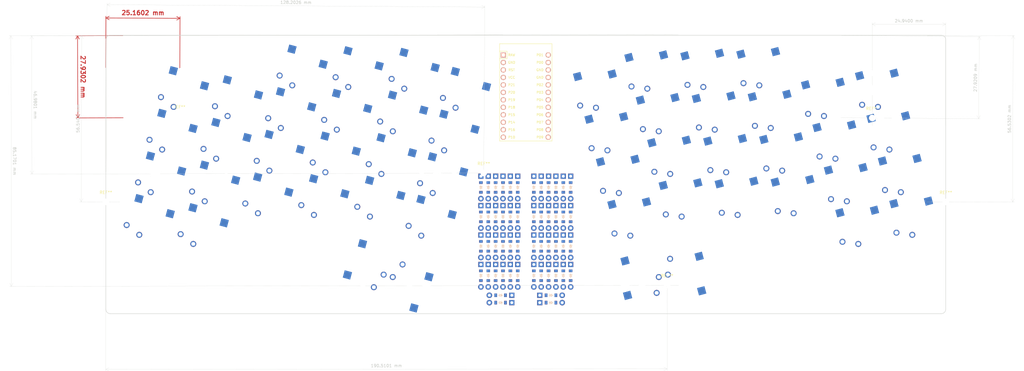
<source format=kicad_pcb>
(kicad_pcb (version 20211232) (generator pcbnew)
  (title_block (title "tin52cd") (rev "v1.0.0") (company "Unknown"))
  (layers (0 "F.Cu" signal) (31 "B.Cu" signal) (34 "B.Paste" user) (35 "F.Paste" user) (36 "B.SilkS" user "B.Silkscreen") (37 "F.SilkS" user "F.Silkscreen") (38 "B.Mask" user) (39 "F.Mask" user) (44 "Edge.Cuts" user))
  (net 0 "")
  (net 1 "P1")
  (net 2 "outer_bottom")
  (net 3 "outer_home")
  (net 4 "outer_top")
  (net 5 "outer_num")
  (net 6 "P0")
  (net 7 "pinky_bottom")
  (net 8 "pinky_home")
  (net 9 "pinky_top")
  (net 10 "pinky_num")
  (net 11 "P2")
  (net 12 "ring_bottom")
  (net 13 "ring_home")
  (net 14 "ring_top")
  (net 15 "ring_num")
  (net 16 "P3")
  (net 17 "middle_bottom")
  (net 18 "middle_home")
  (net 19 "middle_top")
  (net 20 "middle_num")
  (net 21 "P4")
  (net 22 "index_bottom")
  (net 23 "index_home")
  (net 24 "index_top")
  (net 25 "index_num")
  (net 26 "P5")
  (net 27 "inner_bottom")
  (net 28 "inner_home")
  (net 29 "inner_top")
  (net 30 "inner_num")
  (net 31 "outer_thumb")
  (net 32 "inner_thumb")
  (net 33 "P6")
  (net 34 "P7")
  (net 35 "P8")
  (net 36 "P9")
  (net 37 "index_thumb")
  (net 38 "P10")
  (net 39 "P21")
  (net 40 "mirror_outer_bottom")
  (net 41 "mirror_outer_home")
  (net 42 "mirror_outer_top")
  (net 43 "mirror_outer_num")
  (net 44 "P20")
  (net 45 "mirror_pinky_bottom")
  (net 46 "mirror_pinky_home")
  (net 47 "mirror_pinky_top")
  (net 48 "mirror_pinky_num")
  (net 49 "P19")
  (net 50 "mirror_ring_bottom")
  (net 51 "mirror_ring_home")
  (net 52 "mirror_ring_top")
  (net 53 "mirror_ring_num")
  (net 54 "P18")
  (net 55 "mirror_middle_bottom")
  (net 56 "mirror_middle_home")
  (net 57 "mirror_middle_top")
  (net 58 "mirror_middle_num")
  (net 59 "P15")
  (net 60 "mirror_index_bottom")
  (net 61 "mirror_index_home")
  (net 62 "mirror_index_top")
  (net 63 "mirror_index_num")
  (net 64 "P14")
  (net 65 "mirror_inner_bottom")
  (net 66 "mirror_inner_home")
  (net 67 "mirror_inner_top")
  (net 68 "mirror_inner_num")
  (net 69 "mirror_outer_thumb")
  (net 70 "mirror_inner_thumb")
  (net 71 "mirror_index_thumb")
  (net 72 "RAW")
  (net 73 "GND")
  (net 74 "RST")
  (net 75 "VCC")
  (net 76 "P16")
  (footprint "PG1350" (layer "F.Cu") (at 172.333691 168.523737 -105)
    (fp_text reference "S52" hide)
    (fp_text value "" hide)
  )
  (footprint "PG1350" (layer "F.Cu") (at 323.090801 150.043809 -165)
    (fp_text reference "S61" hide)
    (fp_text value "" hide)
  )
  (footprint "PG1350" (layer "F.Cu") (at 241.841871 132.732718 -165)
    (fp_text reference "S95" hide)
    (fp_text value "" hide)
  )
  (footprint "ComboDiode" (layer "F.Cu") (at 217.00934 136.53934 -90)
    (fp_text reference "D46" hide)
    (fp_text value "" hide)
  )
  (footprint "PG1350" (layer "F.Cu") (at 263.140851 140.743083 15)
    (fp_text reference "S86" hide)
    (fp_text value "" hide)
  )
  (footprint "PG1350" (layer "F.Cu") (at 89.90989 117.968251 165)
    (fp_text reference "S5" hide)
    (fp_text value "" hide)
  )
  (footprint "ComboDiode" (layer "F.Cu") (at 204.04934 136.53934 -90)
    (fp_text reference "D16" hide)
    (fp_text value "" hide)
  )
  (footprint "PG1350" (layer "F.Cu") (at 234.077299 103.754943 -165)
    (fp_text reference "S99" hide)
    (fp_text value "" hide)
  )
  (footprint "ComboDiode" (layer "F.Cu") (at 227.00934 136.53934 -90)
    (fp_text reference "D30" hide)
    (fp_text value "" hide)
  )
  (footprint "PG1350" (layer "F.Cu") (at 251.22499 168.523737 105)
    (fp_text reference "S104" hide)
    (fp_text value "" hide)
  )
  (footprint "PG1350" (layer "F.Cu") (at 177.834524 147.221605 -15)
    (fp_text reference "S42" hide)
    (fp_text value "" hide)
  )
  (footprint "MountingHole:MountingHole_2.2mm_M2" (layer "F.Cu") (at 259.74 169.76)
    (fp_text reference "REF**")
    (fp_text value "MountingHole_2.2mm_M2")
  )
  (footprint "PG1350" (layer "F.Cu") (at 255.37628 111.765308 -165)
    (fp_text reference "S89" hide)
    (fp_text value "" hide)
  )
  (footprint "PG1350" (layer "F.Cu") (at 153.062726 96.714194 165)
    (fp_text reference "S31" hide)
    (fp_text value "" hide)
  )
  (footprint "PG1350" (layer "F.Cu") (at 329.766505 103.479364 -165)
    (fp_text reference "S59" hide)
    (fp_text value "" hide)
  )
  (footprint "PG1350" (layer "F.Cu") (at 157.844803 164.641452 75)
    (fp_text reference "S50" hide)
    (fp_text value "" hide)
  )
  (footprint "PG1350" (layer "F.Cu") (at 181.71681 132.732718 -15)
    (fp_text reference "S44" hide)
    (fp_text value "" hide)
  )
  (footprint "PG1350" (layer "F.Cu") (at 289.497916 96.151967 -165)
    (fp_text reference "S75" hide)
    (fp_text value "" hide)
  )
  (footprint "ComboDiode" (layer "F.Cu") (at 209.04934 146.53934 -90)
    (fp_text reference "D23" hide)
    (fp_text value "" hide)
  )
  (footprint "ComboDiode" (layer "F.Cu") (at 214.50934 156.53934 -90)
    (fp_text reference "D48" hide)
    (fp_text value "" hide)
  )
  (footprint "PG1350" (layer "F.Cu") (at 130.178479 110.640854 -15)
    (fp_text reference "S22" hide)
    (fp_text value "" hide)
  )
  (footprint "ComboDiode" (layer "F.Cu") (at 206.54934 146.53934 -90)
    (fp_text reference "D19" hide)
    (fp_text value "" hide)
  )
  (footprint "ComboDiode" (layer "F.Cu") (at 224.50934 166.53934 -90)
    (fp_text reference "D31" hide)
    (fp_text value "" hide)
  )
  (footprint "PG1350" (layer "F.Cu") (at 104.350166 135.554921 165)
    (fp_text reference "S11" hide)
    (fp_text value "" hide)
  )
  (footprint "PG1350" (layer "F.Cu") (at 301.144773 139.618629 -165)
    (fp_text reference "S69" hide)
    (fp_text value "" hide)
  )
  (footprint "PG1350" (layer "F.Cu") (at 112.114737 106.577146 165)
    (fp_text reference "S15" hide)
    (fp_text value "" hide)
  )
  (footprint "PG1350" (layer "F.Cu") (at 319.208515 135.554921 15)
    (fp_text reference "S64" hide)
    (fp_text value "" hide)
  )
  (footprint "PG1350" (layer "F.Cu") (at 270.495955 96.714194 15)
    (fp_text reference "S84" hide)
    (fp_text value "" hide)
  )
  (footprint "ComboDiode" (layer "F.Cu") (at 219.50934 166.53934 -90)
    (fp_text reference "D39" hide)
    (fp_text value "" hide)
  )
  (footprint "PG1350" (layer "F.Cu") (at 263.140851 140.743083 -165)
    (fp_text reference "S85" hide)
    (fp_text value "" hide)
  )
  (footprint "PG1350" (layer "F.Cu") (at 259.258565 126.254195 -165)
    (fp_text reference "S87" hide)
    (fp_text value "" hide)
  )
  (footprint "PG1350" (layer "F.Cu") (at 185.599096 118.24383 165)
    (fp_text reference "S45" hide)
    (fp_text value "" hide)
  )
  (footprint "PG1350" (layer "F.Cu") (at 234.077299 103.754943 15)
    (fp_text reference "S100" hide)
    (fp_text value "" hide)
  )
  (footprint "ComboDiode" (layer "F.Cu") (at 214.50934 146.53934 -90)
    (fp_text reference "D49" hide)
    (fp_text value "" hide)
  )
  (footprint "PG1350" (layer "F.Cu") (at 337.531076 132.457139 -165)
    (fp_text reference "S55" hide)
    (fp_text value "" hide)
  )
  (footprint "PG1350" (layer "F.Cu") (at 185.599096 118.24383 -15)
    (fp_text reference "S46" hide)
    (fp_text value "" hide)
  )
  (footprint "PG1350" (layer "F.Cu") (at 112.114737 106.577146 -15)
    (fp_text reference "S16" hide)
    (fp_text value "" hide)
  )
  (footprint "PG1350" (layer "F.Cu") (at 282.142812 140.180856 15)
    (fp_text reference "S78" hide)
    (fp_text value "" hide)
  )
  (footprint "PG1350" (layer "F.Cu") (at 145.298154 125.691968 165)
    (fp_text reference "S27" hide)
    (fp_text value "" hide)
  )
  (footprint "PG1350" (layer "F.Cu") (at 265.713878 164.641452 -75)
    (fp_text reference "S102" hide)
    (fp_text value "" hide)
  )
  (footprint "ComboDiode" (layer "F.Cu") (at 217.00934 166.53934 -90)
    (fp_text reference "D43" hide)
    (fp_text value "" hide)
  )
  (footprint "PG1350" (layer "F.Cu") (at 134.060765 96.151967 -15)
    (fp_text reference "S24" hide)
    (fp_text value "" hide)
  )
  (footprint "PG1350" (layer "F.Cu") (at 311.443944 106.577146 -165)
    (fp_text reference "S67" hide)
    (fp_text value "" hide)
  )
  (footprint "ComboDiode" (layer "F.Cu") (at 206.54934 136.53934 -90)
    (fp_text reference "D20" hide)
    (fp_text value "" hide)
  )
  (footprint "MountingHole:MountingHole_2.2mm_M2" (layer "F.Cu") (at 197.51 131.66)
    (fp_text reference "REF**")
    (fp_text value "MountingHole_2.2mm_M2")
  )
  (footprint "ComboDiode" (layer "F.Cu") (at 196.54934 136.53934 -90)
    (fp_text reference "D4" hide)
    (fp_text value "" hide)
  )
  (footprint "ComboDiode" (layer "F.Cu") (at 220.32934 175.68934)
    (fp_text reference "D51" hide)
    (fp_text value "" hide)
  )
  (footprint "ComboDiode" (layer "F.Cu") (at 224.50934 146.53934 -90)
    (fp_text reference "D33" hide)
    (fp_text value "" hide)
  )
  (footprint "PG1350" (layer "F.Cu") (at 341.413362 146.946026 15)
    (fp_text reference "S54" hide)
    (fp_text value "" hide)
  )
  (footprint "ComboDiode" (layer "F.Cu") (at 222.00934 166.53934 -90)
    (fp_text reference "D35" hide)
    (fp_text value "" hide)
  )
  (footprint "ComboDiode" (layer "F.Cu") (at 214.50934 166.53934 -90)
    (fp_text reference "D47" hide)
    (fp_text value "" hide)
  )
  (footprint "PG1350" (layer "F.Cu") (at 153.062726 96.714194 -15)
    (fp_text reference "S32" hide)
    (fp_text value "" hide)
  )
  (footprint "ComboDiode" (layer "F.Cu") (at 199.04934 136.53934 -90)
    (fp_text reference "D8" hide)
    (fp_text value "" hide)
  )
  (footprint "MountingHole:MountingHole_2.2mm_M2" (layer "F.Cu") (at 329.34 112.94)
    (fp_text reference "REF**")
    (fp_text value "MountingHole_2.2mm_M2")
  )
  (footprint "ComboDiode" (layer "F.Cu") (at 222.00934 136.53934 -90)
    (fp_text reference "D38" hide)
    (fp_text value "" hide)
  )
  (footprint "PG1350" (layer "F.Cu") (at 315.32623 121.066034 15)
    (fp_text reference "S66" hide)
    (fp_text value "" hide)
  )
  (footprint "ComboDiode" (layer "F.Cu") (at 224.50934 156.53934 -90)
    (fp_text reference "D32" hide)
    (fp_text value "" hide)
  )
  (footprint "PG1350" (layer "F.Cu") (at 149.18044 111.203081 -15)
    (fp_text reference "S30" hide)
    (fp_text value "" hide)
  )
  (footprint "PG1350" (layer "F.Cu") (at 93.792176 103.479364 165)
    (fp_text reference "S7" hide)
    (fp_text value "" hide)
  )
  (footprint "ComboDiode" (layer "F.Cu") (at 227.00934 146.53934 -90)
    (fp_text reference "D29" hide)
    (fp_text value "" hide)
  )
  (footprint "PG1350" (layer "F.Cu") (at 265.713878 164.641452 105)
    (fp_text reference "S101" hide)
    (fp_text value "" hide)
  )
  (footprint "PG1350" (layer "F.Cu") (at 282.142812 140.180856 -165)
    (fp_text reference "S77" hide)
    (fp_text value "" hide)
  )
  (footprint "PG1350" (layer "F.Cu") (at 82.145319 146.946026 -15)
    (fp_text reference "S2" hide)
    (fp_text value "" hide)
  )
  (footprint "PG1350" (layer "F.Cu") (at 301.144773 139.618629 15)
    (fp_text reference "S70" hide)
    (fp_text value "" hide)
  )
  (footprint "ComboDiode" (layer "F.Cu") (at 199.04934 156.53934 -90)
    (fp_text reference "D6" hide)
    (fp_text value "" hide)
  )
  (footprint "ComboDiode" (layer "F.Cu") (at 224.50934 136.53934 -90)
    (fp_text reference "D34" hide)
    (fp_text value "" hide)
  )
  (footprint "ComboDiode" (layer "F.Cu") (at 217.00934 156.53934 -90)
    (fp_text reference "D44" hide)
    (fp_text value "" hide)
  )
  (footprint "PG1350" (layer "F.Cu") (at 130.178479 110.640854 165)
    (fp_text reference "S21" hide)
    (fp_text value "" hide)
  )
  (footprint "PG1350" (layer "F.Cu") (at 255.37628 111.765308 15)
    (fp_text reference "S90" hide)
    (fp_text value "" hide)
  )
  (footprint "PG1350" (layer "F.Cu") (at 237.959585 118.24383 -165)
    (fp_text reference "S97" hide)
    (fp_text value "" hide)
  )
  (footprint "PG1350" (layer "F.Cu") (at 274.378241 111.203081 15)
    (fp_text reference "S82" hide)
    (fp_text value "" hide)
  )
  (footprint "ComboDiode" (layer "F.Cu") (at 196.54934 146.53934 -90)
    (fp_text reference "D3" hide)
    (fp_text value "" hide)
  )
  (footprint "PG1350" (layer "F.Cu") (at 172.333691 168.523737 75)
    (fp_text reference "S51" hide)
    (fp_text value "" hide)
  )
  (footprint "ComboDiode" (layer "F.Cu") (at 199.04934 166.53934 -90)
    (fp_text reference "D5" hide)
    (fp_text value "" hide)
  )
  (footprint "PG1350" (layer "F.Cu") (at 86.027605 132.457139 165)
    (fp_text reference "S3" hide)
    (fp_text value "" hide)
  )
  (footprint "PG1350" (layer "F.Cu") (at 329.766505 103.479364 15)
    (fp_text reference "S60" hide)
    (fp_text value "" hide)
  )
  (footprint "PG1350" (layer "F.Cu") (at 341.413362 146.946026 -165)
    (fp_text reference "S53" hide)
    (fp_text value "" hide)
  )
  (footprint "ProMicro" (layer "F.Cu") (at 211.77934 105.504943 -90)
    (fp_text reference "MCU1" hide)
    (fp_text value "" hide)
  )
  (footprint "PG1350" (layer "F.Cu") (at 293.380202 110.640854 15)
    (fp_text reference "S74" hide)
    (fp_text value "" hide)
  )
  (footprint "MountingHole:MountingHole_2.2mm_M2" (layer "F.Cu") (at 354.33 141.47)
    (fp_text reference "REF**")
    (fp_text value "MountingHole_2.2mm_M2")
  )
  (footprint "PG1350" (layer "F.Cu") (at 323.090801 150.043809 15)
    (fp_text reference "S62" hide)
    (fp_text value "" hide)
  )
  (footprint "MountingHole:MountingHole_2.2mm_M2" (layer "F.Cu") (at 69.28 141.44)
    (fp_text reference "REF**")
    (fp_text value "MountingHole_2.2mm_M2")
  )
  (footprint "PG1350" (layer "F.Cu") (at 93.792176 103.479364 -15)
    (fp_text reference "S8" hide)
    (fp_text value "" hide)
  )
  (footprint "ComboDiode" (layer "F.Cu") (at 204.04934 166.53934 -90)
    (fp_text reference "D13" hide)
    (fp_text value "" hide)
  )
  (footprint "PG1350" (layer "F.Cu") (at 274.378241 111.203081 -165)
    (fp_text reference "S81" hide)
    (fp_text value "" hide)
  )
  (footprint "PG1350" (layer "F.Cu") (at 245.724157 147.221605 -165)
    (fp_text reference "S93" hide)
    (fp_text value "" hide)
  )
  (footprint "PG1350" (layer "F.Cu") (at 126.296193 125.129742 -15)
    (fp_text reference "S20" hide)
    (fp_text value "" hide)
  )
  (footprint "PG1350" (layer "F.Cu") (at 251.493994 97.27642 -165)
    (fp_text reference "S91" hide)
    (fp_text value "" hide)
  )
  (footprint "MountingHole:MountingHole_2.2mm_M2" (layer "F.Cu") (at 94.14 112.4)
    (fp_text reference "REF**")
    (fp_text value "MountingHole_2.2mm_M2")
  )
  (footprint "PG1350" (layer "F.Cu") (at 149.18044 111.203081 165)
    (fp_text reference "S29" hide)
    (fp_text value "" hide)
  )
  (footprint "ComboDiode" (layer "F.Cu") (at 204.04934 156.53934 -90)
    (fp_text reference "D14" hide)
    (fp_text value "" hide)
  )
  (footprint "ComboDiode" (layer "F.Cu") (at 203.22934 175.68934 180)
    (fp_text reference "D25" hide)
    (fp_text value "" hide)
  )
  (footprint "ComboDiode" (layer "F.Cu") (at 209.04934 166.53934 -90)
    (fp_text reference "D21" hide)
    (fp_text value "" hide)
  )
  (footprint "PG1350" (layer "F.Cu") (at 278.260526 125.691968 -165)
    (fp_text reference "S79" hide)
    (fp_text value "" hide)
  )
  (footprint "PG1350" (layer "F.Cu") (at 157.844803 164.641452 -105)
    (fp_text reference "S49" hide)
    (fp_text value "" hide)
  )
  (footprint "ComboDiode" (layer "F.Cu") (at 201.54934 166.53934 -90)
    (fp_text reference "D9" hide)
    (fp_text value "" hide)
  )
  (footprint "PG1350" (layer "F.Cu") (at 89.90989 117.968251 -15)
    (fp_text reference "S6" hide)
    (fp_text value "" hide)
  )
  (footprint "PG1350" (layer "F.Cu") (at 270.495955 96.714194 -165)
    (fp_text reference "S83" hide)
    (fp_text value "" hide)
  )
  (footprint "PG1350" (layer "F.Cu") (at 134.060765 96.151967 165)
    (fp_text reference "S23" hide)
    (fp_text value "" hide)
  )
  (footprint "PG1350" (layer "F.Cu") (at 181.71681 132.732718 165)
    (fp_text reference "S43" hide)
    (fp_text value "" hide)
  )
  (footprint "ComboDiode" (layer "F.Cu") (at 220.32934 173.18934)
    (fp_text reference "D52" hide)
    (fp_text value "" hide)
  )
  (footprint "ComboDiode" (layer "F.Cu") (at 214.50934 136.53934 -90)
    (fp_text reference "D50" hide)
    (fp_text value "" hide)
  )
  (footprint "PG1350" (layer "F.Cu") (at 160.41783 140.743083 165)
    (fp_text reference "S33" hide)
    (fp_text value "" hide)
  )
  (footprint "PG1350" (layer "F.Cu") (at 189.481381 103.754943 165)
    (fp_text reference "S47" hide)
    (fp_text value "" hide)
  )
  (footprint "ComboDiode" (layer "F.Cu") (at 209.04934 136.53934 -90)
    (fp_text reference "D24" hide)
    (fp_text value "" hide)
  )
  (footprint "PG1350" (layer "F.Cu") (at 100.46788 150.043809 165)
    (fp_text reference "S9" hide)
    (fp_text value "" hide)
  )
  (footprint "PG1350" (layer "F.Cu") (at 251.493994 97.27642 15)
    (fp_text reference "S92" hide)
    (fp_text value "" hide)
  )
  (footprint "PG1350" (layer "F.Cu") (at 337.531076 132.457139 15)
    (fp_text reference "S56" hide)
    (fp_text value "" hide)
  )
  (footprint "PG1350" (layer "F.Cu") (at 333.648791 117.968251 15)
    (fp_text reference "S58" hide)
    (fp_text value "" hide)
  )
  (footprint "PG1350" (layer "F.Cu") (at 311.443944 106.577146 15)
    (fp_text reference "S68" hide)
    (fp_text value "" hide)
  )
  (footprint "PG1350" (layer "F.Cu") (at 100.46788 150.043809 -15)
    (fp_text reference "S10" hide)
    (fp_text value "" hide)
  )
  (footprint "PG1350" (layer "F.Cu") (at 237.959585 118.24383 15)
    (fp_text reference "S98" hide)
    (fp_text value "" hide)
  )
  (footprint "PG1350" (layer "F.Cu") (at 168.182401 111.765308 -15)
    (fp_text reference "S38" hide)
    (fp_text value "" hide)
  )
  (footprint "PG1350" (layer "F.Cu") (at 245.724157 147.221605 15)
    (fp_text reference "S94" hide)
    (fp_text value "" hide)
  )
  (footprint "PG1350" (layer "F.Cu") (at 108.232451 121.066034 -15)
    (fp_text reference "S14" hide)
    (fp_text value "" hide)
  )
  (footprint "PG1350" (layer "F.Cu") (at 315.32623 121.066034 -165)
    (fp_text reference "S65" hide)
    (fp_text value "" hide)
  )
  (footprint "PG1350" (layer "F.Cu") (at 86.027605 132.457139 -15)
    (fp_text reference "S4" hide)
    (fp_text value "" hide)
  )
  (footprint "PG1350" (layer "F.Cu") (at 297.262488 125.129742 15)
    (fp_text reference "S72" hide)
    (fp_text value "" hide)
  )
  (footprint "PG1350" (layer "F.Cu") (at 289.497916 96.151967 15)
    (fp_text reference "S76" hide)
    (fp_text value "" hide)
  )
  (footprint "PG1350" (layer "F.Cu") (at 319.208515 135.554921 -165)
    (fp_text reference "S63" hide)
    (fp_text value "" hide)
  )
  (footprint "PG1350" (layer "F.Cu") (at 172.064687 97.27642 -15)
    (fp_text reference "S40" hide)
    (fp_text value "" hide)
  )
  (footprint "ComboDiode" (layer "F.Cu") (at 204.04934 146.53934 -90)
    (fp_text reference "D15" hide)
    (fp_text value "" hide)
  )
  (footprint "ComboDiode" (layer "F.Cu") (at 222.00934 146.53934 -90)
    (fp_text reference "D37" hide)
    (fp_text value "" hide)
  )
  (footprint "PG1350" (layer "F.Cu") (at 145.298154 125.691968 -15)
    (fp_text reference "S28" hide)
    (fp_text value "" hide)
  )
  (footprint "ComboDiode" (layer "F.Cu") (at 201.54934 156.53934 -90)
    (fp_text reference "D10" hide)
    (fp_text value "" hide)
  )
  (footprint "PG1350" (layer "F.Cu") (at 278.260526 125.691968 15)
    (fp_text reference "S80" hide)
    (fp_text value "" hide)
  )
  (footprint "PG1350" (layer "F.Cu") (at 122.413908 139.618629 165)
    (fp_text reference "S17" hide)
    (fp_text value "" hide)
  )
  (footprint "PG1350" (layer "F.Cu") (at 297.262488 125.129742 -165)
    (fp_text reference "S71" hide)
    (fp_text value "" hide)
  )
  (footprint "PG1350" (layer "F.Cu") (at 251.22499 168.523737 -75)
    (fp_text reference "S103" hide)
    (fp_text value "" hide)
  )
  (footprint "ComboDiode" (layer "F.Cu") (at 201.54934 136.53934 -90)
    (fp_text reference "D12" hide)
    (fp_text value "" hide)
  )
  (footprint "ComboDiode" (layer "F.Cu") (at 206.54934 156.53934 -90)
    (fp_text reference "D18" hide)
    (fp_text value "" hide)
  )
  (footprint "PG1350" (layer "F.Cu") (at 164.300116 126.254195 165)
    (fp_text reference "S35" hide)
    (fp_text value "" hide)
  )
  (footprint "PG1350" (layer "F.Cu") (at 126.296193 125.129742 165)
    (fp_text reference "S19" hide)
    (fp_text value "" hide)
  )
  (footprint "ComboDiode" (layer "F.Cu") (at 219.50934 136.53934 -90)
    (fp_text reference "D42" hide)
    (fp_text value "" hide)
  )
  (footprint "PG1350" (layer "F.Cu") (at 172.064687 97.27642 165)
    (fp_text reference "S39" hide)
    (fp_text value "" hide)
  )
  (footprint "PG1350" (layer "F.Cu") (at 141.415869 140.180856 165)
    (fp_text reference "S25" hide)
    (fp_text value "" hide)
  )
  (footprint "ComboDiode" (layer "F.Cu") (at 201.54934 146.53934 -90)
    (fp_text reference "D11" hide)
    (fp_text value "" hide)
  )
  (footprint "PG1350" (layer "F.Cu") (at 241.841871 132.732718 15)
    (fp_text reference "S96" hide)
    (fp_text value "" hide)
  )
  (footprint "PG1350" (layer "F.Cu") (at 141.415869 140.180856 -15)
    (fp_text reference "S26" hide)
    (fp_text value "" hide)
  )
  (footprint "ComboDiode" (layer "F.Cu") (at 219.50934 146.53934 -90)
    (fp_text reference "D41" hide)
    (fp_text value "" hide)
  )
  (footprint "ComboDiode" (layer "F.Cu") (at 199.04934 146.53934 -90)
    (fp_text reference "D7" hide)
    (fp_text value "" hide)
  )
  (footprint "ComboDiode" (layer "F.Cu") (at 196.54934 166.53934 -90)
    (fp_text reference "D1" hide)
    (fp_text value "" hide)
  )
  (footprint "ComboDiode" (layer "F.Cu") (at 219.50934 156.53934 -90)
    (fp_text reference "D40" hide)
    (fp_text value "" hide)
  )
  (footprint "PG1350" (layer "F.Cu") (at 177.834524 147.221605 165)
    (fp_text reference "S41" hide)
    (fp_text value "" hide)
  )
  (footprint "PG1350" (layer "F.Cu") (at 104.350166 135.554921 -15)
    (fp_text reference "S12" hide)
    (fp_text value "" hide)
  )
  (footprint "PG1350" (layer "F.Cu") (at 122.413908 139.618629 -15)
    (fp_text reference "S18" hide)
    (fp_text value "" hide)
  )
  (footprint "PG1350" (layer "F.Cu") (at 164.300116 126.254195 -15)
    (fp_text reference "S36" hide)
    (fp_text value "" hide)
  )
  (footprint "ComboDiode" (layer "F.Cu") (at 209.04934 156.53934 -90)
    (fp_text reference "D22" hide)
    (fp_text value "" hide)
  )
  (footprint "ComboDiode" (layer "F.Cu") (at 206.54934 166.53934 -90)
    (fp_text reference "D17" hide)
    (fp_text value "" hide)
  )
  (footprint "ComboDiode" (layer "F.Cu") (at 227.00934 166.53934 -90)
    (fp_text reference "D27" hide)
    (fp_text value "" hide)
  )
  (footprint "PG1350" (layer "F.Cu") (at 82.145319 146.946026 165)
    (fp_text reference "S1" hide)
    (fp_text value "" hide)
  )
  (footprint "PG1350" (layer "F.Cu") (at 293.380202 110.640854 -165)
    (fp_text reference "S73" hide)
    (fp_text value "" hide)
  )
  (footprint "PG1350" (layer "F.Cu") (at 333.648791 117.968251 -165)
    (fp_text reference "S57" hide)
    (fp_text value "" hide)
  )
  (footprint "ComboDiode" (layer "F.Cu") (at 217.00934 146.53934 -90)
    (fp_text reference "D45" hide)
    (fp_text value "" hide)
  )
  (footprint "ComboDiode" (layer "F.Cu") (at 227.00934 156.53934 -90)
    (fp_text reference "D28" hide)
    (fp_text value "" hide)
  )
  (footprint "PG1350" (layer "F.Cu") (at 108.232451 121.066034 165)
    (fp_text reference "S13" hide)
    (fp_text value "" hide)
  )
  (footprint "ComboDiode" (layer "F.Cu") (at 203.22934 173.18934 180)
    (fp_text reference "D26" hide)
    (fp_text value "" hide)
  )
  (footprint "PG1350" (layer "F.Cu") (at 168.182401 111.765308 165)
    (fp_text reference "S37" hide)
    (fp_text value "" hide)
  )
  (footprint "PG1350" (layer "F.Cu") (at 259.258565 126.254195 15)
    (fp_text reference "S88" hide)
    (fp_text value "" hide)
  )
  (footprint "PG1350" (layer "F.Cu") (at 160.41783 140.743083 -15)
    (fp_text reference "S34" hide)
    (fp_text value "" hide)
  )
  (footprint "PG1350" (layer "F.Cu") (at 189.481381 103.754943 -15)
    (fp_text reference "S48" hide)
    (fp_text value "" hide)
  )
  (footprint "ComboDiode" (layer "F.Cu") (at 222.00934 156.53934 -90)
    (fp_text reference "D36" hide)
    (fp_text value "" hide)
  )
  (footprint "ComboDiode" (layer "F.Cu") (at 196.54934 156.53934 -90)
    (fp_text reference "D2" hide)
    (fp_text value "" hide)
  )
  (gr_arc (start 70.77934 179.43934) (mid 69.71868 179) (end 69.27934 177.93934) (stroke (width 0.15)) (layer "Edge.Cuts"))
  (gr_line (start 70.77934 179.43934) (end 352.77934 179.43934) (stroke (width 0.15)) (layer "Edge.Cuts"))
  (gr_line (start 69.27934 86.33934) (end 69.27934 177.93934) (stroke (width 0.15)) (layer "Edge.Cuts"))
  (gr_line (start 354.27934 177.93934) (end 354.27934 86.33934) (stroke (width 0.15)) (layer "Edge.Cuts"))
  (gr_line (start 352.77934 84.83934) (end 70.77934 84.83934) (stroke (width 0.15)) (layer "Edge.Cuts"))
  (gr_arc (start 69.27934 86.33934) (mid 69.71868 85.27868) (end 70.77934 84.83934) (stroke (width 0.15)) (layer "Edge.Cuts"))
  (gr_arc (start 352.77934 84.83934) (mid 353.84 85.27868) (end 354.27934 86.33934) (stroke (width 0.15)) (layer "Edge.Cuts"))
  (gr_arc (start 354.27934 177.93934) (mid 353.84 179) (end 352.77934 179.43934) (stroke (width 0.15)) (layer "Edge.Cuts"))
  (dimension (type aligned) (layer "F.Cu") (pts (xy 75.53 84.93) (xy 75.64 112.86)) (height 15.861688) (gr_text "27.9302  mm" (at 61.523421 98.95038 0.2256535324) (layer "F.Cu") (effects (font (size 1.5 1.5) (thickness 0.3)))) (format (units 3) (units_format 1) (precision 4)) (style (thickness 0.2) (arrow_length 1.27) (text_position_mode 0) (extension_height 0.58642) (extension_offset 0.5) keep_text_aligned))
  (dimension (type aligned) (layer "F.Cu") (pts (xy 69.21 96.31) (xy 94.37 96.42)) (height -17.351364) (gr_text "25.1602  mm" (at 81.87373 77.213819 89.74950335) (layer "F.Cu") (effects (font (size 1.5 1.5) (thickness 0.3)))) (format (units 3) (units_format 1) (precision 4)) (style (thickness 0.2) (arrow_length 1.27) (text_position_mode 0) (extension_height 0.58642) (extension_offset 0.5) keep_text_aligned))
  (dimension (type aligned) (layer "Edge.Cuts") (pts (xy 69.21 170.32) (xy 259.72 170.17)) (height 28.029904) (gr_text "190.5101  mm" (at 164.486165 197.124895 -89.95488759) (layer "Edge.Cuts") (effects (font (size 1 1) (thickness 0.15)))) (format (units 3) (units_format 1) (precision 4)) (style (thickness 0.05) (arrow_length 1.27) (text_position_mode 0) (extension_height 0.58642) (extension_offset 0.5) keep_text_aligned))
  (dimension (type aligned) (layer "Edge.Cuts") (pts (xy 264.01 84.6) (xy 264.16 169.77)) (height 226.94776) (gr_text "85.1701  mm" (at 38.28759 127.582671 0.100908278) (layer "Edge.Cuts") (effects (font (size 1 1) (thickness 0.15)))) (format (units 3) (units_format 1) (precision 4)) (style (thickness 0.05) (arrow_length 1.27) (text_position_mode 0) (extension_height 0.58642) (extension_offset 0.5) keep_text_aligned))
  (dimension (type aligned) (layer "Edge.Cuts") (pts (xy 69.31 131.79) (xy 197.51 132.61)) (height -57.354541) (gr_text "128.2026  mm" (at 133.784203 73.696656 89.63352653) (layer "Edge.Cuts") (effects (font (size 1 1) (thickness 0.15)))) (format (units 3) (units_format 1) (precision 4)) (style (thickness 0.05) (arrow_length 1.27) (text_position_mode 0) (extension_height 0.58642) (extension_offset 0.5) keep_text_aligned))
  (dimension (type aligned) (layer "Edge.Cuts") (pts (xy 204.51 84.69) (xy 204.6 131.67)) (height 160.388422) (gr_text "46.9801  mm" (at 45.31687 108.485054 0.1097618954) (layer "Edge.Cuts") (effects (font (size 1 1) (thickness 0.15)))) (format (units 3) (units_format 1) (precision 4)) (style (thickness 0.05) (arrow_length 1.27) (text_position_mode 0) (extension_height 0.58642) (extension_offset 0.5) keep_text_aligned))
  (dimension (type aligned) (layer "Edge.Cuts") (pts (xy 74.61 84.93) (xy 74.49 141.47)) (height 13.559247) (gr_text "56.5401  mm" (at 59.840787 113.168781 -0.1216038772) (layer "Edge.Cuts") (effects (font (size 1 1) (thickness 0.15)))) (format (units 3) (units_format 1) (precision 4)) (style (thickness 0.05) (arrow_length 1.27) (text_position_mode 0) (extension_height 0.58642) (extension_offset 0.5) keep_text_aligned))
  (dimension (type aligned) (layer "Edge.Cuts") (pts (xy 347.5 84.92) (xy 347.36 141.45)) (height -29.652286) (gr_text "56.5302  mm" (at 375.932199 113.255587 -0.1418962097) (layer "Edge.Cuts") (effects (font (size 1 1) (thickness 0.15)))) (format (units 3) (units_format 1) (precision 4)) (style (thickness 0.05) (arrow_length 1.27) (text_position_mode 0) (extension_height 0.58642) (extension_offset 0.5) keep_text_aligned))
  (dimension (type aligned) (layer "Edge.Cuts") (pts (xy 318.43 84.91) (xy 318.2 112.83)) (height -47.237344) (gr_text "27.9209  mm" (at 364.40078 99.249647 -0.4719817767) (layer "Edge.Cuts") (effects (font (size 1 1) (thickness 0.15)))) (format (units 3) (units_format 1) (precision 4)) (style (thickness 0.05) (arrow_length 1.27) (text_position_mode 0) (extension_height 0.58642) (extension_offset 0.5) keep_text_aligned))
  (dimension (type aligned) (layer "Edge.Cuts") (pts (xy 354.28 116.05) (xy 329.34 116.05)) (height 34.94) (gr_text "24.9400  mm" (at 341.81 79.96 90) (layer "Edge.Cuts") (effects (font (size 1 1) (thickness 0.15)))) (format (units 3) (units_format 1) (precision 4)) (style (thickness 0.05) (arrow_length 1.27) (text_position_mode 0) (extension_height 0.58642) (extension_offset 0.5) keep_text_aligned))
)
</source>
